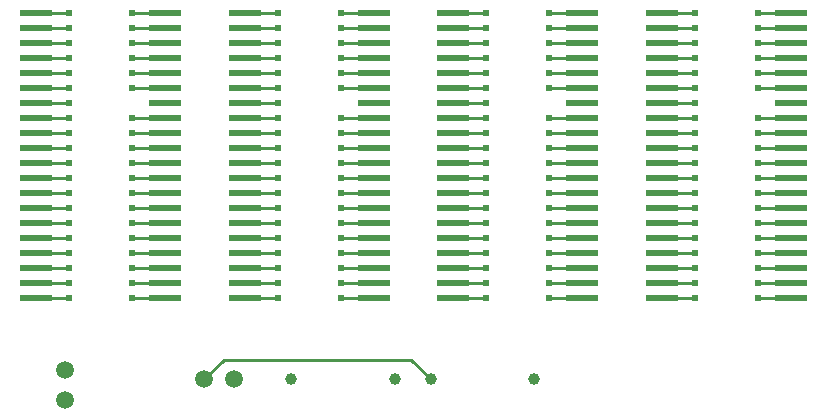
<source format=gbl>
G04 Layer: BottomLayer*
G04 EasyEDA v6.5.22, 2023-01-31 16:09:17*
G04 6fe1b45eb15a465e87536e095b6672f0,ba5b2474b43344648d466766df5634d0,10*
G04 Gerber Generator version 0.2*
G04 Scale: 100 percent, Rotated: No, Reflected: No *
G04 Dimensions in millimeters *
G04 leading zeros omitted , absolute positions ,4 integer and 5 decimal *
%FSLAX45Y45*%
%MOMM*%

%AMMACRO1*4,1,4,-1.389,-0.254,-1.389,0.254,1.389,0.254,1.389,-0.254,-1.389,-0.254,0*%
%ADD10C,0.2540*%
%ADD11MACRO1*%
%ADD12C,1.0000*%
%ADD13C,1.5000*%
%ADD14C,0.6096*%
%ADD15C,0.0154*%

%LPD*%
D10*
X723900Y3441700D02*
G01*
X444500Y3441700D01*
X723900Y3314700D02*
G01*
X444500Y3314700D01*
X723900Y3187700D02*
G01*
X444500Y3187700D01*
X723900Y3060700D02*
G01*
X444500Y3060700D01*
X723900Y2933700D02*
G01*
X444500Y2933700D01*
X723900Y2806700D02*
G01*
X444500Y2806700D01*
X723900Y2679700D02*
G01*
X444500Y2679700D01*
X723900Y2552700D02*
G01*
X444500Y2552700D01*
X723900Y2425700D02*
G01*
X444500Y2425700D01*
X723900Y2298700D02*
G01*
X444500Y2298700D01*
X723900Y2171700D02*
G01*
X444500Y2171700D01*
X723900Y2044700D02*
G01*
X444500Y2044700D01*
X723900Y1917700D02*
G01*
X444500Y1917700D01*
X723900Y1790700D02*
G01*
X444500Y1790700D01*
X723900Y1663700D02*
G01*
X444500Y1663700D01*
X723900Y1536700D02*
G01*
X444500Y1536700D01*
X723900Y1409700D02*
G01*
X444500Y1409700D01*
X723900Y1282700D02*
G01*
X444500Y1282700D01*
X723900Y1155700D02*
G01*
X444500Y1155700D01*
X723900Y1028700D02*
G01*
X444500Y1028700D01*
X1257300Y1028700D02*
G01*
X1535074Y1028700D01*
X1257300Y1155700D02*
G01*
X1535074Y1155700D01*
X1257300Y1282700D02*
G01*
X1535074Y1282700D01*
X1257300Y1409700D02*
G01*
X1535074Y1409700D01*
X1257300Y1536700D02*
G01*
X1535074Y1536700D01*
X1257300Y1663700D02*
G01*
X1535074Y1663700D01*
X1257300Y1790700D02*
G01*
X1535074Y1790700D01*
X1257300Y1917700D02*
G01*
X1535074Y1917700D01*
X1257300Y2044700D02*
G01*
X1535074Y2044700D01*
X1257300Y2171700D02*
G01*
X1535074Y2171700D01*
X1257300Y2298700D02*
G01*
X1535074Y2298700D01*
X1257300Y2425700D02*
G01*
X1535074Y2425700D01*
X1257300Y2552700D02*
G01*
X1535074Y2552700D01*
X1257300Y2806700D02*
G01*
X1535074Y2806700D01*
X1257300Y2933700D02*
G01*
X1535074Y2933700D01*
X1257300Y3060700D02*
G01*
X1535074Y3060700D01*
X1257300Y3187700D02*
G01*
X1535074Y3187700D01*
X1257300Y3314700D02*
G01*
X1535074Y3314700D01*
X1257300Y3441700D02*
G01*
X1535074Y3441700D01*
X2489200Y3441700D02*
G01*
X2211425Y3441700D01*
X2489200Y3314700D02*
G01*
X2211425Y3314700D01*
X2489200Y3187700D02*
G01*
X2211425Y3187700D01*
X2489200Y3060700D02*
G01*
X2211425Y3060700D01*
X2489200Y2933700D02*
G01*
X2211425Y2933700D01*
X2489200Y2806700D02*
G01*
X2211425Y2806700D01*
X2489200Y2679700D02*
G01*
X2211425Y2679700D01*
X2489200Y2552700D02*
G01*
X2211425Y2552700D01*
X2489200Y2425700D02*
G01*
X2211425Y2425700D01*
X2489200Y2298700D02*
G01*
X2211425Y2298700D01*
X2489200Y2171700D02*
G01*
X2211425Y2171700D01*
X2489200Y2044700D02*
G01*
X2211425Y2044700D01*
X2489200Y1917700D02*
G01*
X2211425Y1917700D01*
X2489200Y1790700D02*
G01*
X2211425Y1790700D01*
X2489200Y1663700D02*
G01*
X2211425Y1663700D01*
X2489200Y1536700D02*
G01*
X2211425Y1536700D01*
X2489200Y1409700D02*
G01*
X2211425Y1409700D01*
X2489200Y1282700D02*
G01*
X2211425Y1282700D01*
X2489200Y1155700D02*
G01*
X2211425Y1155700D01*
X2489200Y1028700D02*
G01*
X2211425Y1028700D01*
X3022600Y1028700D02*
G01*
X3302000Y1028700D01*
X3022600Y1155700D02*
G01*
X3302000Y1155700D01*
X3022600Y1282700D02*
G01*
X3302000Y1282700D01*
X3022600Y1409700D02*
G01*
X3302000Y1409700D01*
X3022600Y1536700D02*
G01*
X3302000Y1536700D01*
X3022600Y1663700D02*
G01*
X3302000Y1663700D01*
X3022600Y1790700D02*
G01*
X3302000Y1790700D01*
X3022600Y1917700D02*
G01*
X3302000Y1917700D01*
X3022600Y2044700D02*
G01*
X3302000Y2044700D01*
X3022600Y2171700D02*
G01*
X3302000Y2171700D01*
X3022600Y2298700D02*
G01*
X3302000Y2298700D01*
X3022600Y2425700D02*
G01*
X3302000Y2425700D01*
X3022600Y2552700D02*
G01*
X3302000Y2552700D01*
X3022600Y2806700D02*
G01*
X3302000Y2806700D01*
X3022600Y2933700D02*
G01*
X3302000Y2933700D01*
X3022600Y3060700D02*
G01*
X3302000Y3060700D01*
X3022600Y3187700D02*
G01*
X3302000Y3187700D01*
X3022600Y3314700D02*
G01*
X3302000Y3314700D01*
X3022600Y3441700D02*
G01*
X3302000Y3441700D01*
X4254500Y3441700D02*
G01*
X3976725Y3441700D01*
X4254500Y3314700D02*
G01*
X3976725Y3314700D01*
X4254500Y3187700D02*
G01*
X3976725Y3187700D01*
X4254500Y3060700D02*
G01*
X3976725Y3060700D01*
X4254500Y2933700D02*
G01*
X3976725Y2933700D01*
X4254500Y2806700D02*
G01*
X3976725Y2806700D01*
X4254500Y2679700D02*
G01*
X3976725Y2679700D01*
X4254500Y2552700D02*
G01*
X3976725Y2552700D01*
X4254500Y2425700D02*
G01*
X3976725Y2425700D01*
X4254500Y2298700D02*
G01*
X3976725Y2298700D01*
X4254500Y2171700D02*
G01*
X3976725Y2171700D01*
X4254500Y2044700D02*
G01*
X3976725Y2044700D01*
X4254500Y1917700D02*
G01*
X3976725Y1917700D01*
X4254500Y1790700D02*
G01*
X3976725Y1790700D01*
X4254500Y1663700D02*
G01*
X3976725Y1663700D01*
X4254500Y1536700D02*
G01*
X3976725Y1536700D01*
X4254500Y1409700D02*
G01*
X3976725Y1409700D01*
X4254500Y1282700D02*
G01*
X3976725Y1282700D01*
X4254500Y1155700D02*
G01*
X3976725Y1155700D01*
X4254500Y1028700D02*
G01*
X3976725Y1028700D01*
X4787900Y1028700D02*
G01*
X5067300Y1028700D01*
X4787900Y1155700D02*
G01*
X5067300Y1155700D01*
X4787900Y1282700D02*
G01*
X5067300Y1282700D01*
X4787900Y1409700D02*
G01*
X5067300Y1409700D01*
X4787900Y1536700D02*
G01*
X5067300Y1536700D01*
X4787900Y1663700D02*
G01*
X5067300Y1663700D01*
X4787900Y1790700D02*
G01*
X5067300Y1790700D01*
X4787900Y1917700D02*
G01*
X5067300Y1917700D01*
X4787900Y2044700D02*
G01*
X5067300Y2044700D01*
X4787900Y2171700D02*
G01*
X5067300Y2171700D01*
X4787900Y2298700D02*
G01*
X5067300Y2298700D01*
X4787900Y2425700D02*
G01*
X5067300Y2425700D01*
X4787900Y2552700D02*
G01*
X5067300Y2552700D01*
X4787900Y2806700D02*
G01*
X5067300Y2806700D01*
X4787900Y2933700D02*
G01*
X5067300Y2933700D01*
X4787900Y3060700D02*
G01*
X5067300Y3060700D01*
X4787900Y3187700D02*
G01*
X5067300Y3187700D01*
X4787900Y3314700D02*
G01*
X5067300Y3314700D01*
X6019800Y3441700D02*
G01*
X5742025Y3441700D01*
X6019800Y3314700D02*
G01*
X5742025Y3314700D01*
X6019800Y3187700D02*
G01*
X5742025Y3187700D01*
X6019800Y3060700D02*
G01*
X5742025Y3060700D01*
X6019800Y2933700D02*
G01*
X5742025Y2933700D01*
X6019800Y2806700D02*
G01*
X5742025Y2806700D01*
X6019800Y2679700D02*
G01*
X5742025Y2679700D01*
X6019800Y2552700D02*
G01*
X5742025Y2552700D01*
X6019800Y2425700D02*
G01*
X5742025Y2425700D01*
X6019800Y2298700D02*
G01*
X5742025Y2298700D01*
X6019800Y2171700D02*
G01*
X5742025Y2171700D01*
X6019800Y2044700D02*
G01*
X5742025Y2044700D01*
X6019800Y1917700D02*
G01*
X5742025Y1917700D01*
X6019800Y1790700D02*
G01*
X5742025Y1790700D01*
X6019800Y1663700D02*
G01*
X5742025Y1663700D01*
X6019800Y1536700D02*
G01*
X5742025Y1536700D01*
X6019800Y1409700D02*
G01*
X5742025Y1409700D01*
X6019800Y1282700D02*
G01*
X5742025Y1282700D01*
X6019800Y1155700D02*
G01*
X5742025Y1155700D01*
X6019800Y1028700D02*
G01*
X5742025Y1028700D01*
X6553200Y1028700D02*
G01*
X6832600Y1028700D01*
X6553200Y1155700D02*
G01*
X6832600Y1155700D01*
X6553200Y1282700D02*
G01*
X6832600Y1282700D01*
X6553200Y1409700D02*
G01*
X6832600Y1409700D01*
X6553200Y1536700D02*
G01*
X6832600Y1536700D01*
X6553200Y1663700D02*
G01*
X6832600Y1663700D01*
X6553200Y1790700D02*
G01*
X6832600Y1790700D01*
X6553200Y1917700D02*
G01*
X6832600Y1917700D01*
X6553200Y2044700D02*
G01*
X6832600Y2044700D01*
X6553200Y2171700D02*
G01*
X6832600Y2171700D01*
X6553200Y2298700D02*
G01*
X6832600Y2298700D01*
X6553200Y2425700D02*
G01*
X6832600Y2425700D01*
X6553200Y2552700D02*
G01*
X6832600Y2552700D01*
X6553200Y2806700D02*
G01*
X6832600Y2806700D01*
X6553200Y2933700D02*
G01*
X6832600Y2933700D01*
X6553200Y3060700D02*
G01*
X6832600Y3060700D01*
X6553200Y3187700D02*
G01*
X6832600Y3187700D01*
X6553200Y3314700D02*
G01*
X6832600Y3314700D01*
X6553200Y3441700D02*
G01*
X6832600Y3441700D01*
X4787900Y3441700D02*
G01*
X5067300Y3441700D01*
X1866900Y342900D02*
G01*
X2032000Y508000D01*
X3619500Y508000D01*
X3784600Y342900D01*
D11*
G01*
X1535087Y2679700D03*
G01*
X3302012Y2679700D03*
G01*
X5067312Y2679700D03*
G01*
X6832612Y2679700D03*
G01*
X444487Y3441700D03*
G01*
X444487Y3314700D03*
G01*
X444487Y3187700D03*
G01*
X444487Y3060700D03*
G01*
X444487Y2933700D03*
G01*
X444487Y2806700D03*
G01*
X444487Y2679700D03*
G01*
X444487Y2552700D03*
G01*
X444487Y2425700D03*
G01*
X444487Y2298700D03*
G01*
X444487Y2171700D03*
G01*
X444487Y2044700D03*
G01*
X444487Y1917700D03*
G01*
X444487Y1790700D03*
G01*
X444487Y1663700D03*
G01*
X444487Y1536700D03*
G01*
X444487Y1409700D03*
G01*
X444487Y1282700D03*
G01*
X444487Y1155700D03*
G01*
X444487Y1028700D03*
G01*
X1535087Y3441700D03*
G01*
X1535087Y3314700D03*
G01*
X1535087Y3187700D03*
G01*
X1535087Y3060700D03*
G01*
X1535087Y2933700D03*
G01*
X1535087Y2806700D03*
G01*
X1535087Y2552700D03*
G01*
X1535087Y2425700D03*
G01*
X1535087Y2298700D03*
G01*
X1535087Y2171700D03*
G01*
X1535087Y2044700D03*
G01*
X1535087Y1917700D03*
G01*
X1535087Y1790700D03*
G01*
X1535087Y1663700D03*
G01*
X1535087Y1536700D03*
G01*
X1535087Y1409700D03*
G01*
X1535087Y1282700D03*
G01*
X1535087Y1155700D03*
G01*
X1535087Y1028700D03*
G01*
X2211412Y3314700D03*
G01*
X2211412Y3187700D03*
G01*
X2211412Y3060700D03*
G01*
X3302012Y1028700D03*
G01*
X3302012Y1155700D03*
G01*
X3302012Y1282700D03*
G01*
X3302012Y1409700D03*
G01*
X3302012Y1536700D03*
G01*
X3302012Y1663700D03*
G01*
X3302012Y1790700D03*
G01*
X3302012Y1917700D03*
G01*
X3302012Y2044700D03*
G01*
X3302012Y2171700D03*
G01*
X3302012Y2298700D03*
G01*
X3302012Y2425700D03*
G01*
X3302012Y2552700D03*
G01*
X3302012Y2806700D03*
G01*
X3302012Y2933700D03*
G01*
X3302012Y3060700D03*
G01*
X3302012Y3187700D03*
G01*
X3302012Y3314700D03*
G01*
X3302012Y3441700D03*
G01*
X2211412Y3441700D03*
G01*
X2211412Y2933700D03*
G01*
X2211412Y2806700D03*
G01*
X2211412Y2679700D03*
G01*
X2211412Y2552700D03*
G01*
X2211412Y2425700D03*
G01*
X2211412Y2298700D03*
G01*
X2211412Y2171700D03*
G01*
X2211412Y2044700D03*
G01*
X2211412Y1917700D03*
G01*
X2211412Y1790700D03*
G01*
X2211412Y1663700D03*
G01*
X2211412Y1536700D03*
G01*
X2211412Y1409700D03*
G01*
X2211412Y1282700D03*
G01*
X2211412Y1155700D03*
G01*
X2211412Y1028700D03*
G01*
X3976712Y3441700D03*
G01*
X3976712Y3314700D03*
G01*
X3976712Y3187700D03*
G01*
X3976712Y3060700D03*
G01*
X3976712Y2933700D03*
G01*
X3976712Y2806700D03*
G01*
X3976712Y2679700D03*
G01*
X3976712Y2552700D03*
G01*
X3976712Y2425700D03*
G01*
X3976712Y2298700D03*
G01*
X3976712Y2171700D03*
G01*
X3976712Y2044700D03*
G01*
X3976712Y1917700D03*
G01*
X3976712Y1790700D03*
G01*
X3976712Y1663700D03*
G01*
X3976712Y1536700D03*
G01*
X3976712Y1409700D03*
G01*
X3976712Y1282700D03*
G01*
X3976712Y1155700D03*
G01*
X3976712Y1028700D03*
G01*
X5067312Y2806700D03*
G01*
X5067312Y2933700D03*
G01*
X5067312Y3060700D03*
G01*
X5067312Y3187700D03*
G01*
X5067312Y3314700D03*
G01*
X5067312Y3441700D03*
G01*
X5067312Y2552700D03*
G01*
X5067312Y2425700D03*
G01*
X5067312Y2298700D03*
G01*
X5067312Y2171700D03*
G01*
X5067312Y2044700D03*
G01*
X5067312Y1917700D03*
G01*
X5067312Y1790700D03*
G01*
X5067312Y1663700D03*
G01*
X5067312Y1536700D03*
G01*
X5067312Y1409700D03*
G01*
X5067312Y1282700D03*
G01*
X5067312Y1155700D03*
G01*
X5067312Y1028700D03*
G01*
X5742012Y3441700D03*
G01*
X5742012Y3314700D03*
G01*
X5742012Y3187700D03*
G01*
X5742012Y3060700D03*
G01*
X5742012Y2933700D03*
G01*
X5742012Y2806700D03*
G01*
X5742012Y2679700D03*
G01*
X5742012Y2552700D03*
G01*
X5742012Y2425700D03*
G01*
X5742012Y2298700D03*
G01*
X5742012Y2171700D03*
G01*
X5742012Y2044700D03*
G01*
X5742012Y1917700D03*
G01*
X5742012Y1790700D03*
G01*
X5742012Y1663700D03*
G01*
X5742012Y1536700D03*
G01*
X5742012Y1409700D03*
G01*
X5742012Y1282700D03*
G01*
X5742012Y1155700D03*
G01*
X5742012Y1028700D03*
G01*
X6832612Y2806700D03*
G01*
X6832612Y2933700D03*
G01*
X6832612Y3060700D03*
G01*
X6832612Y3187700D03*
G01*
X6832612Y3314700D03*
G01*
X6832612Y3441700D03*
G01*
X6832612Y2552700D03*
G01*
X6832612Y2425700D03*
G01*
X6832612Y2298700D03*
G01*
X6832612Y2171700D03*
G01*
X6832612Y2044700D03*
G01*
X6832612Y1917700D03*
G01*
X6832612Y1790700D03*
G01*
X6832612Y1663700D03*
G01*
X6832612Y1536700D03*
G01*
X6832612Y1409700D03*
G01*
X6832612Y1282700D03*
G01*
X6832612Y1155700D03*
G01*
X6832612Y1028700D03*
D12*
G01*
X3479800Y342900D03*
G01*
X2603500Y342900D03*
G01*
X3784600Y342900D03*
G01*
X4660900Y342900D03*
D13*
G01*
X2120900Y342900D03*
G01*
X1866900Y342900D03*
G01*
X685800Y165100D03*
G01*
X685800Y419100D03*
D14*
G01*
X723900Y3441700D03*
G01*
X723900Y3314700D03*
G01*
X723900Y3187700D03*
G01*
X723900Y3060700D03*
G01*
X723900Y2933700D03*
G01*
X723900Y2806700D03*
G01*
X723900Y2679700D03*
G01*
X723900Y2552700D03*
G01*
X723900Y2425700D03*
G01*
X723900Y2298700D03*
G01*
X723900Y2171700D03*
G01*
X723900Y2044700D03*
G01*
X723900Y1917700D03*
G01*
X723900Y1790700D03*
G01*
X723900Y1663700D03*
G01*
X723900Y1536700D03*
G01*
X723900Y1409700D03*
G01*
X723900Y1282700D03*
G01*
X723900Y1155700D03*
G01*
X723900Y1028700D03*
G01*
X1257300Y1028700D03*
G01*
X1257300Y1155700D03*
G01*
X1257300Y1282700D03*
G01*
X1257300Y1409700D03*
G01*
X1257300Y1536700D03*
G01*
X1257300Y1663700D03*
G01*
X1257300Y1790700D03*
G01*
X1257300Y1917700D03*
G01*
X1257300Y2044700D03*
G01*
X1257300Y2171700D03*
G01*
X1257300Y2298700D03*
G01*
X1257300Y2425700D03*
G01*
X1257300Y2552700D03*
G01*
X1257300Y2806700D03*
G01*
X1257300Y2933700D03*
G01*
X1257300Y3060700D03*
G01*
X1257300Y3187700D03*
G01*
X1257300Y3314700D03*
G01*
X1257300Y3441700D03*
G01*
X3022600Y3441700D03*
G01*
X3022600Y3314700D03*
G01*
X3022600Y3187700D03*
G01*
X3022600Y3060700D03*
G01*
X3022600Y2933700D03*
G01*
X3022600Y2806700D03*
G01*
X3022600Y2552700D03*
G01*
X3022600Y2425700D03*
G01*
X3022600Y2298700D03*
G01*
X3022600Y2171700D03*
G01*
X3022600Y2044700D03*
G01*
X3022600Y1917700D03*
G01*
X3022600Y1790700D03*
G01*
X3022600Y1663700D03*
G01*
X3022600Y1536700D03*
G01*
X3022600Y1409700D03*
G01*
X3022600Y1282700D03*
G01*
X3022600Y1155700D03*
G01*
X3022600Y1028700D03*
G01*
X2489200Y1028700D03*
G01*
X2489200Y1155700D03*
G01*
X2489200Y1282700D03*
G01*
X2489200Y1409700D03*
G01*
X2489200Y1536700D03*
G01*
X2489200Y1663700D03*
G01*
X2489200Y1790700D03*
G01*
X2489200Y1917700D03*
G01*
X2489200Y2044700D03*
G01*
X2489200Y2171700D03*
G01*
X2489200Y2298700D03*
G01*
X2489200Y2425700D03*
G01*
X2489200Y2552700D03*
G01*
X2489200Y2679700D03*
G01*
X2489200Y2806700D03*
G01*
X2489200Y2933700D03*
G01*
X2489200Y3060700D03*
G01*
X2489200Y3187700D03*
G01*
X2489200Y3314700D03*
G01*
X2489200Y3441700D03*
G01*
X4254500Y3441700D03*
G01*
X4254500Y3314700D03*
G01*
X4254500Y3187700D03*
G01*
X4254500Y3060700D03*
G01*
X4254500Y2933700D03*
G01*
X4254500Y2806700D03*
G01*
X4254500Y2679700D03*
G01*
X4254500Y2552700D03*
G01*
X4254500Y2425700D03*
G01*
X4254500Y2298700D03*
G01*
X4254500Y2171700D03*
G01*
X4254500Y2044700D03*
G01*
X4254500Y1917700D03*
G01*
X4254500Y1790700D03*
G01*
X4254500Y1663700D03*
G01*
X4254500Y1536700D03*
G01*
X4254500Y1409700D03*
G01*
X4254500Y1282700D03*
G01*
X4254500Y1155700D03*
G01*
X4254500Y1028700D03*
G01*
X4787900Y1028700D03*
G01*
X4787900Y1155700D03*
G01*
X4787900Y1282700D03*
G01*
X4787900Y1409700D03*
G01*
X4787900Y1536700D03*
G01*
X4787900Y1663700D03*
G01*
X4787900Y1790700D03*
G01*
X4787900Y1917700D03*
G01*
X4787900Y2044700D03*
G01*
X4787900Y2171700D03*
G01*
X4787900Y2298700D03*
G01*
X4787900Y2425700D03*
G01*
X4787900Y2552700D03*
G01*
X4787900Y2806700D03*
G01*
X4787900Y2933700D03*
G01*
X4787900Y3060700D03*
G01*
X4787900Y3187700D03*
G01*
X4787900Y3314700D03*
G01*
X4787900Y3441700D03*
G01*
X6019800Y3441700D03*
G01*
X6019800Y3314700D03*
G01*
X6019800Y3187700D03*
G01*
X6019800Y3060700D03*
G01*
X6019800Y2933700D03*
G01*
X6019800Y2806700D03*
G01*
X6019800Y2679700D03*
G01*
X6019800Y2552700D03*
G01*
X6019800Y2425700D03*
G01*
X6019800Y2298700D03*
G01*
X6019800Y2171700D03*
G01*
X6019800Y2044700D03*
G01*
X6019800Y1917700D03*
G01*
X6019800Y1790700D03*
G01*
X6019800Y1663700D03*
G01*
X6019800Y1536700D03*
G01*
X6019800Y1409700D03*
G01*
X6019800Y1282700D03*
G01*
X6019800Y1155700D03*
G01*
X6019800Y1028700D03*
G01*
X6553200Y1028700D03*
G01*
X6553200Y1155700D03*
G01*
X6553200Y1282700D03*
G01*
X6553200Y1409700D03*
G01*
X6553200Y1536700D03*
G01*
X6553200Y1663700D03*
G01*
X6553200Y1790700D03*
G01*
X6553200Y1917700D03*
G01*
X6553200Y2044700D03*
G01*
X6553200Y2171700D03*
G01*
X6553200Y2298700D03*
G01*
X6553200Y2425700D03*
G01*
X6553200Y2552700D03*
G01*
X6553200Y2806700D03*
G01*
X6553200Y2933700D03*
G01*
X6553200Y3060700D03*
G01*
X6553200Y3187700D03*
G01*
X6553200Y3314700D03*
G01*
X6553200Y3441700D03*
M02*

</source>
